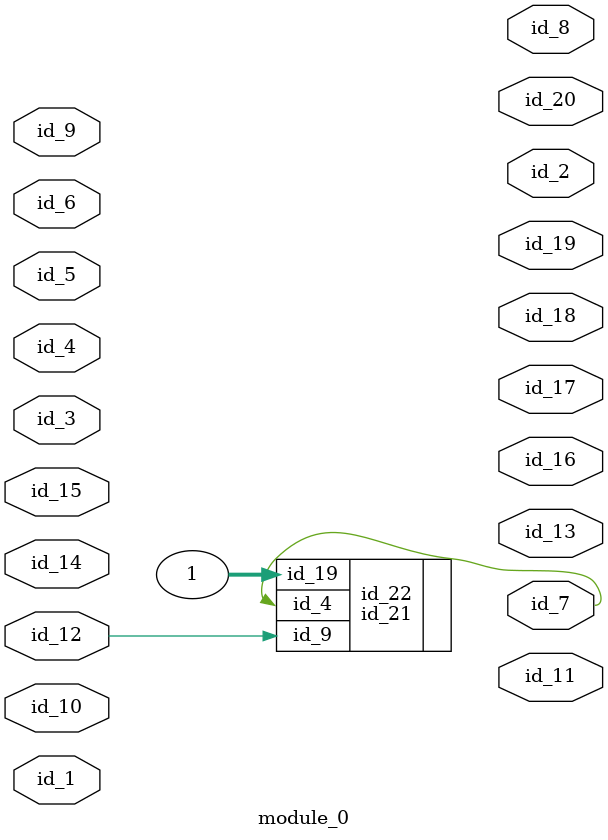
<source format=v>
module module_0 (
    id_1,
    id_2,
    id_3,
    id_4,
    id_5,
    id_6,
    id_7,
    id_8,
    id_9,
    id_10,
    id_11,
    id_12,
    id_13,
    id_14,
    id_15,
    id_16,
    id_17,
    id_18,
    id_19,
    id_20
);
  output id_20;
  output id_19;
  output id_18;
  output id_17;
  output id_16;
  input id_15;
  input id_14;
  output id_13;
  input id_12;
  output id_11;
  input id_10;
  input id_9;
  output id_8;
  output id_7;
  input id_6;
  input id_5;
  input id_4;
  input id_3;
  output id_2;
  input id_1;
  id_21 id_22 (
      .id_4 (id_7),
      .id_9 (id_12),
      .id_19(1)
  );
  id_23 id_24 (
      .id_16(id_1),
      .id_19(id_1)
  );
endmodule

</source>
